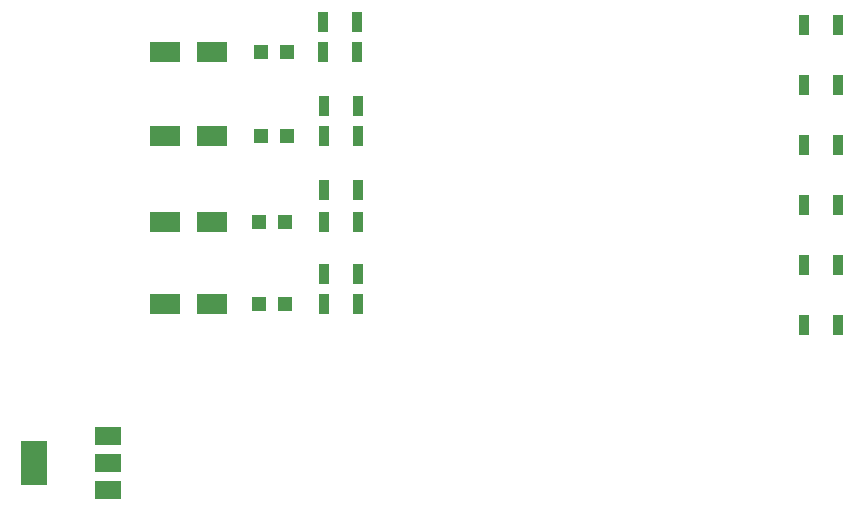
<source format=gbr>
G04 #@! TF.GenerationSoftware,KiCad,Pcbnew,8.0.2*
G04 #@! TF.CreationDate,2024-08-12T21:40:22+02:00*
G04 #@! TF.ProjectId,12v_stripe_controller_mini,3132765f-7374-4726-9970-655f636f6e74,rev?*
G04 #@! TF.SameCoordinates,Original*
G04 #@! TF.FileFunction,Paste,Top*
G04 #@! TF.FilePolarity,Positive*
%FSLAX46Y46*%
G04 Gerber Fmt 4.6, Leading zero omitted, Abs format (unit mm)*
G04 Created by KiCad (PCBNEW 8.0.2) date 2024-08-12 21:40:22*
%MOMM*%
%LPD*%
G01*
G04 APERTURE LIST*
%ADD10R,2.500000X1.700000*%
%ADD11R,1.200000X1.200000*%
%ADD12R,0.900000X1.700000*%
%ADD13R,2.200000X1.500000*%
%ADD14R,2.200000X3.800000*%
G04 APERTURE END LIST*
D10*
X116779666Y-91472507D03*
X120779666Y-91472507D03*
X116811666Y-98584507D03*
X120811666Y-98584507D03*
X116811666Y-105823507D03*
X120811666Y-105823507D03*
X116811666Y-112808507D03*
X120811666Y-112808507D03*
D11*
X124918666Y-91472507D03*
X127118666Y-91472507D03*
X124918666Y-98584507D03*
X127118666Y-98584507D03*
X124791666Y-105823507D03*
X126991666Y-105823507D03*
X124791666Y-112808507D03*
X126991666Y-112808507D03*
D12*
X130156666Y-88932507D03*
X133056666Y-88932507D03*
X130283666Y-96044507D03*
X133183666Y-96044507D03*
X130283666Y-103156507D03*
X133183666Y-103156507D03*
X130283666Y-110268507D03*
X133183666Y-110268507D03*
X173789000Y-114554000D03*
X170889000Y-114554000D03*
X173789000Y-104394000D03*
X170889000Y-104394000D03*
X173789000Y-94234000D03*
X170889000Y-94234000D03*
X173789000Y-109474000D03*
X170889000Y-109474000D03*
X173789000Y-99314000D03*
X170889000Y-99314000D03*
X173789000Y-89154000D03*
X170889000Y-89154000D03*
X130156666Y-91472507D03*
X133056666Y-91472507D03*
X130283666Y-98584507D03*
X133183666Y-98584507D03*
X130283666Y-105823507D03*
X133183666Y-105823507D03*
X130283666Y-112808507D03*
X133183666Y-112808507D03*
D13*
X111989000Y-128538000D03*
X111989000Y-126238000D03*
X111989000Y-123938000D03*
D14*
X105689000Y-126238000D03*
M02*

</source>
